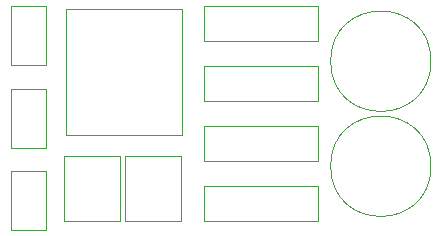
<source format=gbr>
%TF.GenerationSoftware,KiCad,Pcbnew,(5.1.10)-1*%
%TF.CreationDate,2023-02-26T17:14:06+05:00*%
%TF.ProjectId,Open_Loop_DC_Motor_Speed_Control_Project,4f70656e-5f4c-46f6-9f70-5f44435f4d6f,rev?*%
%TF.SameCoordinates,Original*%
%TF.FileFunction,Other,User*%
%FSLAX46Y46*%
G04 Gerber Fmt 4.6, Leading zero omitted, Abs format (unit mm)*
G04 Created by KiCad (PCBNEW (5.1.10)-1) date 2023-02-26 17:14:06*
%MOMM*%
%LPD*%
G01*
G04 APERTURE LIST*
%ADD10C,0.050000*%
G04 APERTURE END LIST*
D10*
%TO.C,BT1*%
X104545000Y-49300000D02*
X107545000Y-49300000D01*
X107545000Y-49300000D02*
X107545000Y-54300000D01*
X107545000Y-54300000D02*
X104545000Y-54300000D01*
X104545000Y-54300000D02*
X104545000Y-49300000D01*
%TO.C,C1*%
X140120000Y-40005000D02*
G75*
G03*
X140120000Y-40005000I-4250000J0D01*
G01*
%TO.C,C2*%
X140120000Y-48895000D02*
G75*
G03*
X140120000Y-48895000I-4250000J0D01*
G01*
%TO.C,J1*%
X104545000Y-35330000D02*
X104545000Y-40330000D01*
X104545000Y-40330000D02*
X107545000Y-40330000D01*
X107545000Y-40330000D02*
X107545000Y-35330000D01*
X107545000Y-35330000D02*
X104545000Y-35330000D01*
%TO.C,J2*%
X104545000Y-47315000D02*
X104545000Y-42315000D01*
X107545000Y-47315000D02*
X104545000Y-47315000D01*
X107545000Y-42315000D02*
X107545000Y-47315000D01*
X104545000Y-42315000D02*
X107545000Y-42315000D01*
%TO.C,Q1*%
X109030000Y-53530000D02*
X109030000Y-48070000D01*
X109030000Y-53530000D02*
X113770000Y-53530000D01*
X113770000Y-48070000D02*
X109030000Y-48070000D01*
X113770000Y-48070000D02*
X113770000Y-53530000D01*
%TO.C,Q2*%
X114195000Y-53530000D02*
X114195000Y-48070000D01*
X114195000Y-53530000D02*
X118935000Y-53530000D01*
X118935000Y-48070000D02*
X114195000Y-48070000D01*
X118935000Y-48070000D02*
X118935000Y-53530000D01*
%TO.C,R1*%
X130590000Y-38330000D02*
X130590000Y-35330000D01*
X130590000Y-35330000D02*
X120870000Y-35330000D01*
X120870000Y-35330000D02*
X120870000Y-38330000D01*
X120870000Y-38330000D02*
X130590000Y-38330000D01*
%TO.C,R2*%
X120870000Y-43410000D02*
X130590000Y-43410000D01*
X120870000Y-40410000D02*
X120870000Y-43410000D01*
X130590000Y-40410000D02*
X120870000Y-40410000D01*
X130590000Y-43410000D02*
X130590000Y-40410000D01*
%TO.C,R3*%
X130590000Y-48490000D02*
X130590000Y-45490000D01*
X130590000Y-45490000D02*
X120870000Y-45490000D01*
X120870000Y-45490000D02*
X120870000Y-48490000D01*
X120870000Y-48490000D02*
X130590000Y-48490000D01*
%TO.C,R4*%
X130590000Y-50570000D02*
X120870000Y-50570000D01*
X130590000Y-53570000D02*
X130590000Y-50570000D01*
X120870000Y-53570000D02*
X130590000Y-53570000D01*
X120870000Y-50570000D02*
X120870000Y-53570000D01*
%TO.C,U1*%
X109245001Y-35585001D02*
X109245001Y-46285001D01*
X109245001Y-46285001D02*
X119045001Y-46285001D01*
X119045001Y-46285001D02*
X119045001Y-35585001D01*
X119045001Y-35585001D02*
X109245001Y-35585001D01*
%TD*%
M02*

</source>
